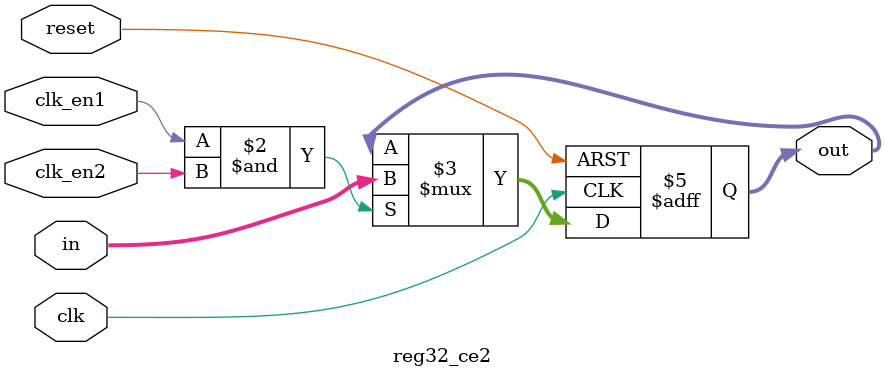
<source format=v>

module reg32_ce2(in, reset, clk_en1, clk_en2, out, clk);
	input [31:0] in;
	input reset;
	output [31:0] out;
	input clk;
	input clk_en1, clk_en2;

	reg [31:0] out;
 
	always @(posedge clk or posedge reset) begin
		if (reset) begin
			out <= 32'b0;
		end
		else if (clk_en1 & clk_en2) begin
			out <= in;
		end
	end

endmodule

</source>
